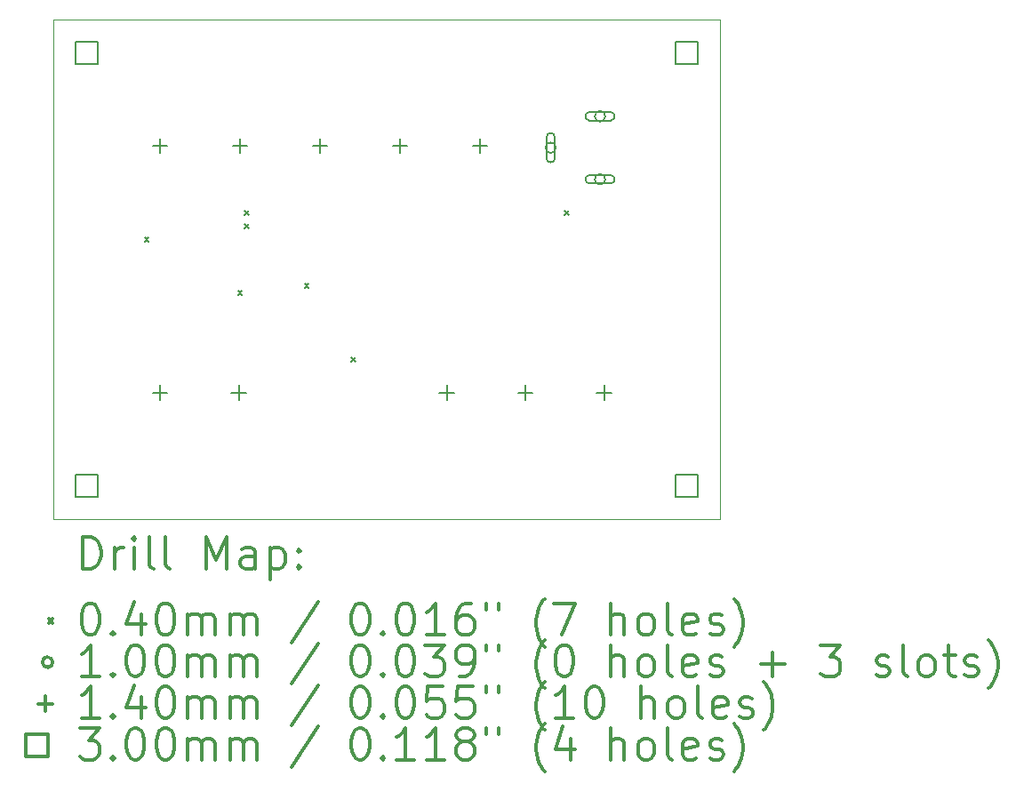
<source format=gbr>
%FSLAX45Y45*%
G04 Gerber Fmt 4.5, Leading zero omitted, Abs format (unit mm)*
G04 Created by KiCad (PCBNEW (5.0.2)-1) date 04/22/19 21:16:26*
%MOMM*%
%LPD*%
G01*
G04 APERTURE LIST*
%ADD10C,0.100000*%
%ADD11C,0.200000*%
%ADD12C,0.300000*%
G04 APERTURE END LIST*
D10*
X9271000Y-7493000D02*
X2921000Y-7493000D01*
X9271000Y-2730500D02*
X9271000Y-7493000D01*
X2921000Y-2730500D02*
X9271000Y-2730500D01*
X2921000Y-7493000D02*
X2921000Y-2730500D01*
D11*
X3790000Y-4806000D02*
X3830000Y-4846000D01*
X3830000Y-4806000D02*
X3790000Y-4846000D01*
X4679000Y-5314000D02*
X4719000Y-5354000D01*
X4719000Y-5314000D02*
X4679000Y-5354000D01*
X4742500Y-4552000D02*
X4782500Y-4592000D01*
X4782500Y-4552000D02*
X4742500Y-4592000D01*
X4742500Y-4679000D02*
X4782500Y-4719000D01*
X4782500Y-4679000D02*
X4742500Y-4719000D01*
X5314000Y-5250500D02*
X5354000Y-5290500D01*
X5354000Y-5250500D02*
X5314000Y-5290500D01*
X5758500Y-5949000D02*
X5798500Y-5989000D01*
X5798500Y-5949000D02*
X5758500Y-5989000D01*
X7790500Y-4552000D02*
X7830500Y-4592000D01*
X7830500Y-4552000D02*
X7790500Y-4592000D01*
X7708000Y-3954500D02*
G75*
G03X7708000Y-3954500I-50000J0D01*
G01*
X7618000Y-3854500D02*
X7618000Y-4054500D01*
X7698000Y-3854500D02*
X7698000Y-4054500D01*
X7618000Y-4054500D02*
G75*
G03X7698000Y-4054500I40000J0D01*
G01*
X7698000Y-3854500D02*
G75*
G03X7618000Y-3854500I-40000J0D01*
G01*
X8178000Y-3654500D02*
G75*
G03X8178000Y-3654500I-50000J0D01*
G01*
X8228000Y-3614500D02*
X8028000Y-3614500D01*
X8228000Y-3694500D02*
X8028000Y-3694500D01*
X8028000Y-3614500D02*
G75*
G03X8028000Y-3694500I0J-40000D01*
G01*
X8228000Y-3694500D02*
G75*
G03X8228000Y-3614500I0J40000D01*
G01*
X8178000Y-4254500D02*
G75*
G03X8178000Y-4254500I-50000J0D01*
G01*
X8228000Y-4214500D02*
X8028000Y-4214500D01*
X8228000Y-4294500D02*
X8028000Y-4294500D01*
X8028000Y-4214500D02*
G75*
G03X8028000Y-4294500I0J-40000D01*
G01*
X8228000Y-4294500D02*
G75*
G03X8228000Y-4214500I0J40000D01*
G01*
X3937000Y-3867000D02*
X3937000Y-4007000D01*
X3867000Y-3937000D02*
X4007000Y-3937000D01*
X4699000Y-3867000D02*
X4699000Y-4007000D01*
X4629000Y-3937000D02*
X4769000Y-3937000D01*
X5461000Y-3867000D02*
X5461000Y-4007000D01*
X5391000Y-3937000D02*
X5531000Y-3937000D01*
X6223000Y-3867000D02*
X6223000Y-4007000D01*
X6153000Y-3937000D02*
X6293000Y-3937000D01*
X6985000Y-3867000D02*
X6985000Y-4007000D01*
X6915000Y-3937000D02*
X7055000Y-3937000D01*
X6667500Y-6216500D02*
X6667500Y-6356500D01*
X6597500Y-6286500D02*
X6737500Y-6286500D01*
X7417500Y-6216500D02*
X7417500Y-6356500D01*
X7347500Y-6286500D02*
X7487500Y-6286500D01*
X8167500Y-6216500D02*
X8167500Y-6356500D01*
X8097500Y-6286500D02*
X8237500Y-6286500D01*
X3937000Y-6216500D02*
X3937000Y-6356500D01*
X3867000Y-6286500D02*
X4007000Y-6286500D01*
X4687000Y-6216500D02*
X4687000Y-6356500D01*
X4617000Y-6286500D02*
X4757000Y-6286500D01*
X3344567Y-3154067D02*
X3344567Y-2941933D01*
X3132433Y-2941933D01*
X3132433Y-3154067D01*
X3344567Y-3154067D01*
X3344567Y-7281567D02*
X3344567Y-7069433D01*
X3132433Y-7069433D01*
X3132433Y-7281567D01*
X3344567Y-7281567D01*
X9059567Y-3154067D02*
X9059567Y-2941933D01*
X8847433Y-2941933D01*
X8847433Y-3154067D01*
X9059567Y-3154067D01*
X9059567Y-7281567D02*
X9059567Y-7069433D01*
X8847433Y-7069433D01*
X8847433Y-7281567D01*
X9059567Y-7281567D01*
D12*
X3202428Y-7963714D02*
X3202428Y-7663714D01*
X3273857Y-7663714D01*
X3316714Y-7678000D01*
X3345286Y-7706571D01*
X3359571Y-7735143D01*
X3373857Y-7792286D01*
X3373857Y-7835143D01*
X3359571Y-7892286D01*
X3345286Y-7920857D01*
X3316714Y-7949429D01*
X3273857Y-7963714D01*
X3202428Y-7963714D01*
X3502428Y-7963714D02*
X3502428Y-7763714D01*
X3502428Y-7820857D02*
X3516714Y-7792286D01*
X3531000Y-7778000D01*
X3559571Y-7763714D01*
X3588143Y-7763714D01*
X3688143Y-7963714D02*
X3688143Y-7763714D01*
X3688143Y-7663714D02*
X3673857Y-7678000D01*
X3688143Y-7692286D01*
X3702428Y-7678000D01*
X3688143Y-7663714D01*
X3688143Y-7692286D01*
X3873857Y-7963714D02*
X3845286Y-7949429D01*
X3831000Y-7920857D01*
X3831000Y-7663714D01*
X4031000Y-7963714D02*
X4002428Y-7949429D01*
X3988143Y-7920857D01*
X3988143Y-7663714D01*
X4373857Y-7963714D02*
X4373857Y-7663714D01*
X4473857Y-7878000D01*
X4573857Y-7663714D01*
X4573857Y-7963714D01*
X4845286Y-7963714D02*
X4845286Y-7806571D01*
X4831000Y-7778000D01*
X4802428Y-7763714D01*
X4745286Y-7763714D01*
X4716714Y-7778000D01*
X4845286Y-7949429D02*
X4816714Y-7963714D01*
X4745286Y-7963714D01*
X4716714Y-7949429D01*
X4702428Y-7920857D01*
X4702428Y-7892286D01*
X4716714Y-7863714D01*
X4745286Y-7849429D01*
X4816714Y-7849429D01*
X4845286Y-7835143D01*
X4988143Y-7763714D02*
X4988143Y-8063714D01*
X4988143Y-7778000D02*
X5016714Y-7763714D01*
X5073857Y-7763714D01*
X5102428Y-7778000D01*
X5116714Y-7792286D01*
X5131000Y-7820857D01*
X5131000Y-7906571D01*
X5116714Y-7935143D01*
X5102428Y-7949429D01*
X5073857Y-7963714D01*
X5016714Y-7963714D01*
X4988143Y-7949429D01*
X5259571Y-7935143D02*
X5273857Y-7949429D01*
X5259571Y-7963714D01*
X5245286Y-7949429D01*
X5259571Y-7935143D01*
X5259571Y-7963714D01*
X5259571Y-7778000D02*
X5273857Y-7792286D01*
X5259571Y-7806571D01*
X5245286Y-7792286D01*
X5259571Y-7778000D01*
X5259571Y-7806571D01*
X2876000Y-8438000D02*
X2916000Y-8478000D01*
X2916000Y-8438000D02*
X2876000Y-8478000D01*
X3259571Y-8293714D02*
X3288143Y-8293714D01*
X3316714Y-8308000D01*
X3331000Y-8322286D01*
X3345286Y-8350857D01*
X3359571Y-8408000D01*
X3359571Y-8479429D01*
X3345286Y-8536572D01*
X3331000Y-8565143D01*
X3316714Y-8579429D01*
X3288143Y-8593714D01*
X3259571Y-8593714D01*
X3231000Y-8579429D01*
X3216714Y-8565143D01*
X3202428Y-8536572D01*
X3188143Y-8479429D01*
X3188143Y-8408000D01*
X3202428Y-8350857D01*
X3216714Y-8322286D01*
X3231000Y-8308000D01*
X3259571Y-8293714D01*
X3488143Y-8565143D02*
X3502428Y-8579429D01*
X3488143Y-8593714D01*
X3473857Y-8579429D01*
X3488143Y-8565143D01*
X3488143Y-8593714D01*
X3759571Y-8393714D02*
X3759571Y-8593714D01*
X3688143Y-8279429D02*
X3616714Y-8493714D01*
X3802428Y-8493714D01*
X3973857Y-8293714D02*
X4002428Y-8293714D01*
X4031000Y-8308000D01*
X4045286Y-8322286D01*
X4059571Y-8350857D01*
X4073857Y-8408000D01*
X4073857Y-8479429D01*
X4059571Y-8536572D01*
X4045286Y-8565143D01*
X4031000Y-8579429D01*
X4002428Y-8593714D01*
X3973857Y-8593714D01*
X3945286Y-8579429D01*
X3931000Y-8565143D01*
X3916714Y-8536572D01*
X3902428Y-8479429D01*
X3902428Y-8408000D01*
X3916714Y-8350857D01*
X3931000Y-8322286D01*
X3945286Y-8308000D01*
X3973857Y-8293714D01*
X4202428Y-8593714D02*
X4202428Y-8393714D01*
X4202428Y-8422286D02*
X4216714Y-8408000D01*
X4245286Y-8393714D01*
X4288143Y-8393714D01*
X4316714Y-8408000D01*
X4331000Y-8436572D01*
X4331000Y-8593714D01*
X4331000Y-8436572D02*
X4345286Y-8408000D01*
X4373857Y-8393714D01*
X4416714Y-8393714D01*
X4445286Y-8408000D01*
X4459571Y-8436572D01*
X4459571Y-8593714D01*
X4602428Y-8593714D02*
X4602428Y-8393714D01*
X4602428Y-8422286D02*
X4616714Y-8408000D01*
X4645286Y-8393714D01*
X4688143Y-8393714D01*
X4716714Y-8408000D01*
X4731000Y-8436572D01*
X4731000Y-8593714D01*
X4731000Y-8436572D02*
X4745286Y-8408000D01*
X4773857Y-8393714D01*
X4816714Y-8393714D01*
X4845286Y-8408000D01*
X4859571Y-8436572D01*
X4859571Y-8593714D01*
X5445286Y-8279429D02*
X5188143Y-8665143D01*
X5831000Y-8293714D02*
X5859571Y-8293714D01*
X5888143Y-8308000D01*
X5902428Y-8322286D01*
X5916714Y-8350857D01*
X5931000Y-8408000D01*
X5931000Y-8479429D01*
X5916714Y-8536572D01*
X5902428Y-8565143D01*
X5888143Y-8579429D01*
X5859571Y-8593714D01*
X5831000Y-8593714D01*
X5802428Y-8579429D01*
X5788143Y-8565143D01*
X5773857Y-8536572D01*
X5759571Y-8479429D01*
X5759571Y-8408000D01*
X5773857Y-8350857D01*
X5788143Y-8322286D01*
X5802428Y-8308000D01*
X5831000Y-8293714D01*
X6059571Y-8565143D02*
X6073857Y-8579429D01*
X6059571Y-8593714D01*
X6045286Y-8579429D01*
X6059571Y-8565143D01*
X6059571Y-8593714D01*
X6259571Y-8293714D02*
X6288143Y-8293714D01*
X6316714Y-8308000D01*
X6331000Y-8322286D01*
X6345286Y-8350857D01*
X6359571Y-8408000D01*
X6359571Y-8479429D01*
X6345286Y-8536572D01*
X6331000Y-8565143D01*
X6316714Y-8579429D01*
X6288143Y-8593714D01*
X6259571Y-8593714D01*
X6231000Y-8579429D01*
X6216714Y-8565143D01*
X6202428Y-8536572D01*
X6188143Y-8479429D01*
X6188143Y-8408000D01*
X6202428Y-8350857D01*
X6216714Y-8322286D01*
X6231000Y-8308000D01*
X6259571Y-8293714D01*
X6645286Y-8593714D02*
X6473857Y-8593714D01*
X6559571Y-8593714D02*
X6559571Y-8293714D01*
X6531000Y-8336571D01*
X6502428Y-8365143D01*
X6473857Y-8379429D01*
X6902428Y-8293714D02*
X6845286Y-8293714D01*
X6816714Y-8308000D01*
X6802428Y-8322286D01*
X6773857Y-8365143D01*
X6759571Y-8422286D01*
X6759571Y-8536572D01*
X6773857Y-8565143D01*
X6788143Y-8579429D01*
X6816714Y-8593714D01*
X6873857Y-8593714D01*
X6902428Y-8579429D01*
X6916714Y-8565143D01*
X6931000Y-8536572D01*
X6931000Y-8465143D01*
X6916714Y-8436572D01*
X6902428Y-8422286D01*
X6873857Y-8408000D01*
X6816714Y-8408000D01*
X6788143Y-8422286D01*
X6773857Y-8436572D01*
X6759571Y-8465143D01*
X7045286Y-8293714D02*
X7045286Y-8350857D01*
X7159571Y-8293714D02*
X7159571Y-8350857D01*
X7602428Y-8708000D02*
X7588143Y-8693714D01*
X7559571Y-8650857D01*
X7545286Y-8622286D01*
X7531000Y-8579429D01*
X7516714Y-8508000D01*
X7516714Y-8450857D01*
X7531000Y-8379429D01*
X7545286Y-8336571D01*
X7559571Y-8308000D01*
X7588143Y-8265143D01*
X7602428Y-8250857D01*
X7688143Y-8293714D02*
X7888143Y-8293714D01*
X7759571Y-8593714D01*
X8231000Y-8593714D02*
X8231000Y-8293714D01*
X8359571Y-8593714D02*
X8359571Y-8436572D01*
X8345286Y-8408000D01*
X8316714Y-8393714D01*
X8273857Y-8393714D01*
X8245286Y-8408000D01*
X8231000Y-8422286D01*
X8545286Y-8593714D02*
X8516714Y-8579429D01*
X8502428Y-8565143D01*
X8488143Y-8536572D01*
X8488143Y-8450857D01*
X8502428Y-8422286D01*
X8516714Y-8408000D01*
X8545286Y-8393714D01*
X8588143Y-8393714D01*
X8616714Y-8408000D01*
X8631000Y-8422286D01*
X8645286Y-8450857D01*
X8645286Y-8536572D01*
X8631000Y-8565143D01*
X8616714Y-8579429D01*
X8588143Y-8593714D01*
X8545286Y-8593714D01*
X8816714Y-8593714D02*
X8788143Y-8579429D01*
X8773857Y-8550857D01*
X8773857Y-8293714D01*
X9045286Y-8579429D02*
X9016714Y-8593714D01*
X8959571Y-8593714D01*
X8931000Y-8579429D01*
X8916714Y-8550857D01*
X8916714Y-8436572D01*
X8931000Y-8408000D01*
X8959571Y-8393714D01*
X9016714Y-8393714D01*
X9045286Y-8408000D01*
X9059571Y-8436572D01*
X9059571Y-8465143D01*
X8916714Y-8493714D01*
X9173857Y-8579429D02*
X9202428Y-8593714D01*
X9259571Y-8593714D01*
X9288143Y-8579429D01*
X9302428Y-8550857D01*
X9302428Y-8536572D01*
X9288143Y-8508000D01*
X9259571Y-8493714D01*
X9216714Y-8493714D01*
X9188143Y-8479429D01*
X9173857Y-8450857D01*
X9173857Y-8436572D01*
X9188143Y-8408000D01*
X9216714Y-8393714D01*
X9259571Y-8393714D01*
X9288143Y-8408000D01*
X9402428Y-8708000D02*
X9416714Y-8693714D01*
X9445286Y-8650857D01*
X9459571Y-8622286D01*
X9473857Y-8579429D01*
X9488143Y-8508000D01*
X9488143Y-8450857D01*
X9473857Y-8379429D01*
X9459571Y-8336571D01*
X9445286Y-8308000D01*
X9416714Y-8265143D01*
X9402428Y-8250857D01*
X2916000Y-8854000D02*
G75*
G03X2916000Y-8854000I-50000J0D01*
G01*
X3359571Y-8989714D02*
X3188143Y-8989714D01*
X3273857Y-8989714D02*
X3273857Y-8689714D01*
X3245286Y-8732572D01*
X3216714Y-8761143D01*
X3188143Y-8775429D01*
X3488143Y-8961143D02*
X3502428Y-8975429D01*
X3488143Y-8989714D01*
X3473857Y-8975429D01*
X3488143Y-8961143D01*
X3488143Y-8989714D01*
X3688143Y-8689714D02*
X3716714Y-8689714D01*
X3745286Y-8704000D01*
X3759571Y-8718286D01*
X3773857Y-8746857D01*
X3788143Y-8804000D01*
X3788143Y-8875429D01*
X3773857Y-8932572D01*
X3759571Y-8961143D01*
X3745286Y-8975429D01*
X3716714Y-8989714D01*
X3688143Y-8989714D01*
X3659571Y-8975429D01*
X3645286Y-8961143D01*
X3631000Y-8932572D01*
X3616714Y-8875429D01*
X3616714Y-8804000D01*
X3631000Y-8746857D01*
X3645286Y-8718286D01*
X3659571Y-8704000D01*
X3688143Y-8689714D01*
X3973857Y-8689714D02*
X4002428Y-8689714D01*
X4031000Y-8704000D01*
X4045286Y-8718286D01*
X4059571Y-8746857D01*
X4073857Y-8804000D01*
X4073857Y-8875429D01*
X4059571Y-8932572D01*
X4045286Y-8961143D01*
X4031000Y-8975429D01*
X4002428Y-8989714D01*
X3973857Y-8989714D01*
X3945286Y-8975429D01*
X3931000Y-8961143D01*
X3916714Y-8932572D01*
X3902428Y-8875429D01*
X3902428Y-8804000D01*
X3916714Y-8746857D01*
X3931000Y-8718286D01*
X3945286Y-8704000D01*
X3973857Y-8689714D01*
X4202428Y-8989714D02*
X4202428Y-8789714D01*
X4202428Y-8818286D02*
X4216714Y-8804000D01*
X4245286Y-8789714D01*
X4288143Y-8789714D01*
X4316714Y-8804000D01*
X4331000Y-8832572D01*
X4331000Y-8989714D01*
X4331000Y-8832572D02*
X4345286Y-8804000D01*
X4373857Y-8789714D01*
X4416714Y-8789714D01*
X4445286Y-8804000D01*
X4459571Y-8832572D01*
X4459571Y-8989714D01*
X4602428Y-8989714D02*
X4602428Y-8789714D01*
X4602428Y-8818286D02*
X4616714Y-8804000D01*
X4645286Y-8789714D01*
X4688143Y-8789714D01*
X4716714Y-8804000D01*
X4731000Y-8832572D01*
X4731000Y-8989714D01*
X4731000Y-8832572D02*
X4745286Y-8804000D01*
X4773857Y-8789714D01*
X4816714Y-8789714D01*
X4845286Y-8804000D01*
X4859571Y-8832572D01*
X4859571Y-8989714D01*
X5445286Y-8675429D02*
X5188143Y-9061143D01*
X5831000Y-8689714D02*
X5859571Y-8689714D01*
X5888143Y-8704000D01*
X5902428Y-8718286D01*
X5916714Y-8746857D01*
X5931000Y-8804000D01*
X5931000Y-8875429D01*
X5916714Y-8932572D01*
X5902428Y-8961143D01*
X5888143Y-8975429D01*
X5859571Y-8989714D01*
X5831000Y-8989714D01*
X5802428Y-8975429D01*
X5788143Y-8961143D01*
X5773857Y-8932572D01*
X5759571Y-8875429D01*
X5759571Y-8804000D01*
X5773857Y-8746857D01*
X5788143Y-8718286D01*
X5802428Y-8704000D01*
X5831000Y-8689714D01*
X6059571Y-8961143D02*
X6073857Y-8975429D01*
X6059571Y-8989714D01*
X6045286Y-8975429D01*
X6059571Y-8961143D01*
X6059571Y-8989714D01*
X6259571Y-8689714D02*
X6288143Y-8689714D01*
X6316714Y-8704000D01*
X6331000Y-8718286D01*
X6345286Y-8746857D01*
X6359571Y-8804000D01*
X6359571Y-8875429D01*
X6345286Y-8932572D01*
X6331000Y-8961143D01*
X6316714Y-8975429D01*
X6288143Y-8989714D01*
X6259571Y-8989714D01*
X6231000Y-8975429D01*
X6216714Y-8961143D01*
X6202428Y-8932572D01*
X6188143Y-8875429D01*
X6188143Y-8804000D01*
X6202428Y-8746857D01*
X6216714Y-8718286D01*
X6231000Y-8704000D01*
X6259571Y-8689714D01*
X6459571Y-8689714D02*
X6645286Y-8689714D01*
X6545286Y-8804000D01*
X6588143Y-8804000D01*
X6616714Y-8818286D01*
X6631000Y-8832572D01*
X6645286Y-8861143D01*
X6645286Y-8932572D01*
X6631000Y-8961143D01*
X6616714Y-8975429D01*
X6588143Y-8989714D01*
X6502428Y-8989714D01*
X6473857Y-8975429D01*
X6459571Y-8961143D01*
X6788143Y-8989714D02*
X6845286Y-8989714D01*
X6873857Y-8975429D01*
X6888143Y-8961143D01*
X6916714Y-8918286D01*
X6931000Y-8861143D01*
X6931000Y-8746857D01*
X6916714Y-8718286D01*
X6902428Y-8704000D01*
X6873857Y-8689714D01*
X6816714Y-8689714D01*
X6788143Y-8704000D01*
X6773857Y-8718286D01*
X6759571Y-8746857D01*
X6759571Y-8818286D01*
X6773857Y-8846857D01*
X6788143Y-8861143D01*
X6816714Y-8875429D01*
X6873857Y-8875429D01*
X6902428Y-8861143D01*
X6916714Y-8846857D01*
X6931000Y-8818286D01*
X7045286Y-8689714D02*
X7045286Y-8746857D01*
X7159571Y-8689714D02*
X7159571Y-8746857D01*
X7602428Y-9104000D02*
X7588143Y-9089714D01*
X7559571Y-9046857D01*
X7545286Y-9018286D01*
X7531000Y-8975429D01*
X7516714Y-8904000D01*
X7516714Y-8846857D01*
X7531000Y-8775429D01*
X7545286Y-8732572D01*
X7559571Y-8704000D01*
X7588143Y-8661143D01*
X7602428Y-8646857D01*
X7773857Y-8689714D02*
X7802428Y-8689714D01*
X7831000Y-8704000D01*
X7845286Y-8718286D01*
X7859571Y-8746857D01*
X7873857Y-8804000D01*
X7873857Y-8875429D01*
X7859571Y-8932572D01*
X7845286Y-8961143D01*
X7831000Y-8975429D01*
X7802428Y-8989714D01*
X7773857Y-8989714D01*
X7745286Y-8975429D01*
X7731000Y-8961143D01*
X7716714Y-8932572D01*
X7702428Y-8875429D01*
X7702428Y-8804000D01*
X7716714Y-8746857D01*
X7731000Y-8718286D01*
X7745286Y-8704000D01*
X7773857Y-8689714D01*
X8231000Y-8989714D02*
X8231000Y-8689714D01*
X8359571Y-8989714D02*
X8359571Y-8832572D01*
X8345286Y-8804000D01*
X8316714Y-8789714D01*
X8273857Y-8789714D01*
X8245286Y-8804000D01*
X8231000Y-8818286D01*
X8545286Y-8989714D02*
X8516714Y-8975429D01*
X8502428Y-8961143D01*
X8488143Y-8932572D01*
X8488143Y-8846857D01*
X8502428Y-8818286D01*
X8516714Y-8804000D01*
X8545286Y-8789714D01*
X8588143Y-8789714D01*
X8616714Y-8804000D01*
X8631000Y-8818286D01*
X8645286Y-8846857D01*
X8645286Y-8932572D01*
X8631000Y-8961143D01*
X8616714Y-8975429D01*
X8588143Y-8989714D01*
X8545286Y-8989714D01*
X8816714Y-8989714D02*
X8788143Y-8975429D01*
X8773857Y-8946857D01*
X8773857Y-8689714D01*
X9045286Y-8975429D02*
X9016714Y-8989714D01*
X8959571Y-8989714D01*
X8931000Y-8975429D01*
X8916714Y-8946857D01*
X8916714Y-8832572D01*
X8931000Y-8804000D01*
X8959571Y-8789714D01*
X9016714Y-8789714D01*
X9045286Y-8804000D01*
X9059571Y-8832572D01*
X9059571Y-8861143D01*
X8916714Y-8889714D01*
X9173857Y-8975429D02*
X9202428Y-8989714D01*
X9259571Y-8989714D01*
X9288143Y-8975429D01*
X9302428Y-8946857D01*
X9302428Y-8932572D01*
X9288143Y-8904000D01*
X9259571Y-8889714D01*
X9216714Y-8889714D01*
X9188143Y-8875429D01*
X9173857Y-8846857D01*
X9173857Y-8832572D01*
X9188143Y-8804000D01*
X9216714Y-8789714D01*
X9259571Y-8789714D01*
X9288143Y-8804000D01*
X9659571Y-8875429D02*
X9888143Y-8875429D01*
X9773857Y-8989714D02*
X9773857Y-8761143D01*
X10231000Y-8689714D02*
X10416714Y-8689714D01*
X10316714Y-8804000D01*
X10359571Y-8804000D01*
X10388143Y-8818286D01*
X10402428Y-8832572D01*
X10416714Y-8861143D01*
X10416714Y-8932572D01*
X10402428Y-8961143D01*
X10388143Y-8975429D01*
X10359571Y-8989714D01*
X10273857Y-8989714D01*
X10245286Y-8975429D01*
X10231000Y-8961143D01*
X10759571Y-8975429D02*
X10788143Y-8989714D01*
X10845286Y-8989714D01*
X10873857Y-8975429D01*
X10888143Y-8946857D01*
X10888143Y-8932572D01*
X10873857Y-8904000D01*
X10845286Y-8889714D01*
X10802428Y-8889714D01*
X10773857Y-8875429D01*
X10759571Y-8846857D01*
X10759571Y-8832572D01*
X10773857Y-8804000D01*
X10802428Y-8789714D01*
X10845286Y-8789714D01*
X10873857Y-8804000D01*
X11059571Y-8989714D02*
X11031000Y-8975429D01*
X11016714Y-8946857D01*
X11016714Y-8689714D01*
X11216714Y-8989714D02*
X11188143Y-8975429D01*
X11173857Y-8961143D01*
X11159571Y-8932572D01*
X11159571Y-8846857D01*
X11173857Y-8818286D01*
X11188143Y-8804000D01*
X11216714Y-8789714D01*
X11259571Y-8789714D01*
X11288143Y-8804000D01*
X11302428Y-8818286D01*
X11316714Y-8846857D01*
X11316714Y-8932572D01*
X11302428Y-8961143D01*
X11288143Y-8975429D01*
X11259571Y-8989714D01*
X11216714Y-8989714D01*
X11402428Y-8789714D02*
X11516714Y-8789714D01*
X11445286Y-8689714D02*
X11445286Y-8946857D01*
X11459571Y-8975429D01*
X11488143Y-8989714D01*
X11516714Y-8989714D01*
X11602428Y-8975429D02*
X11631000Y-8989714D01*
X11688143Y-8989714D01*
X11716714Y-8975429D01*
X11731000Y-8946857D01*
X11731000Y-8932572D01*
X11716714Y-8904000D01*
X11688143Y-8889714D01*
X11645286Y-8889714D01*
X11616714Y-8875429D01*
X11602428Y-8846857D01*
X11602428Y-8832572D01*
X11616714Y-8804000D01*
X11645286Y-8789714D01*
X11688143Y-8789714D01*
X11716714Y-8804000D01*
X11831000Y-9104000D02*
X11845286Y-9089714D01*
X11873857Y-9046857D01*
X11888143Y-9018286D01*
X11902428Y-8975429D01*
X11916714Y-8904000D01*
X11916714Y-8846857D01*
X11902428Y-8775429D01*
X11888143Y-8732572D01*
X11873857Y-8704000D01*
X11845286Y-8661143D01*
X11831000Y-8646857D01*
X2846000Y-9180000D02*
X2846000Y-9320000D01*
X2776000Y-9250000D02*
X2916000Y-9250000D01*
X3359571Y-9385714D02*
X3188143Y-9385714D01*
X3273857Y-9385714D02*
X3273857Y-9085714D01*
X3245286Y-9128572D01*
X3216714Y-9157143D01*
X3188143Y-9171429D01*
X3488143Y-9357143D02*
X3502428Y-9371429D01*
X3488143Y-9385714D01*
X3473857Y-9371429D01*
X3488143Y-9357143D01*
X3488143Y-9385714D01*
X3759571Y-9185714D02*
X3759571Y-9385714D01*
X3688143Y-9071429D02*
X3616714Y-9285714D01*
X3802428Y-9285714D01*
X3973857Y-9085714D02*
X4002428Y-9085714D01*
X4031000Y-9100000D01*
X4045286Y-9114286D01*
X4059571Y-9142857D01*
X4073857Y-9200000D01*
X4073857Y-9271429D01*
X4059571Y-9328572D01*
X4045286Y-9357143D01*
X4031000Y-9371429D01*
X4002428Y-9385714D01*
X3973857Y-9385714D01*
X3945286Y-9371429D01*
X3931000Y-9357143D01*
X3916714Y-9328572D01*
X3902428Y-9271429D01*
X3902428Y-9200000D01*
X3916714Y-9142857D01*
X3931000Y-9114286D01*
X3945286Y-9100000D01*
X3973857Y-9085714D01*
X4202428Y-9385714D02*
X4202428Y-9185714D01*
X4202428Y-9214286D02*
X4216714Y-9200000D01*
X4245286Y-9185714D01*
X4288143Y-9185714D01*
X4316714Y-9200000D01*
X4331000Y-9228572D01*
X4331000Y-9385714D01*
X4331000Y-9228572D02*
X4345286Y-9200000D01*
X4373857Y-9185714D01*
X4416714Y-9185714D01*
X4445286Y-9200000D01*
X4459571Y-9228572D01*
X4459571Y-9385714D01*
X4602428Y-9385714D02*
X4602428Y-9185714D01*
X4602428Y-9214286D02*
X4616714Y-9200000D01*
X4645286Y-9185714D01*
X4688143Y-9185714D01*
X4716714Y-9200000D01*
X4731000Y-9228572D01*
X4731000Y-9385714D01*
X4731000Y-9228572D02*
X4745286Y-9200000D01*
X4773857Y-9185714D01*
X4816714Y-9185714D01*
X4845286Y-9200000D01*
X4859571Y-9228572D01*
X4859571Y-9385714D01*
X5445286Y-9071429D02*
X5188143Y-9457143D01*
X5831000Y-9085714D02*
X5859571Y-9085714D01*
X5888143Y-9100000D01*
X5902428Y-9114286D01*
X5916714Y-9142857D01*
X5931000Y-9200000D01*
X5931000Y-9271429D01*
X5916714Y-9328572D01*
X5902428Y-9357143D01*
X5888143Y-9371429D01*
X5859571Y-9385714D01*
X5831000Y-9385714D01*
X5802428Y-9371429D01*
X5788143Y-9357143D01*
X5773857Y-9328572D01*
X5759571Y-9271429D01*
X5759571Y-9200000D01*
X5773857Y-9142857D01*
X5788143Y-9114286D01*
X5802428Y-9100000D01*
X5831000Y-9085714D01*
X6059571Y-9357143D02*
X6073857Y-9371429D01*
X6059571Y-9385714D01*
X6045286Y-9371429D01*
X6059571Y-9357143D01*
X6059571Y-9385714D01*
X6259571Y-9085714D02*
X6288143Y-9085714D01*
X6316714Y-9100000D01*
X6331000Y-9114286D01*
X6345286Y-9142857D01*
X6359571Y-9200000D01*
X6359571Y-9271429D01*
X6345286Y-9328572D01*
X6331000Y-9357143D01*
X6316714Y-9371429D01*
X6288143Y-9385714D01*
X6259571Y-9385714D01*
X6231000Y-9371429D01*
X6216714Y-9357143D01*
X6202428Y-9328572D01*
X6188143Y-9271429D01*
X6188143Y-9200000D01*
X6202428Y-9142857D01*
X6216714Y-9114286D01*
X6231000Y-9100000D01*
X6259571Y-9085714D01*
X6631000Y-9085714D02*
X6488143Y-9085714D01*
X6473857Y-9228572D01*
X6488143Y-9214286D01*
X6516714Y-9200000D01*
X6588143Y-9200000D01*
X6616714Y-9214286D01*
X6631000Y-9228572D01*
X6645286Y-9257143D01*
X6645286Y-9328572D01*
X6631000Y-9357143D01*
X6616714Y-9371429D01*
X6588143Y-9385714D01*
X6516714Y-9385714D01*
X6488143Y-9371429D01*
X6473857Y-9357143D01*
X6916714Y-9085714D02*
X6773857Y-9085714D01*
X6759571Y-9228572D01*
X6773857Y-9214286D01*
X6802428Y-9200000D01*
X6873857Y-9200000D01*
X6902428Y-9214286D01*
X6916714Y-9228572D01*
X6931000Y-9257143D01*
X6931000Y-9328572D01*
X6916714Y-9357143D01*
X6902428Y-9371429D01*
X6873857Y-9385714D01*
X6802428Y-9385714D01*
X6773857Y-9371429D01*
X6759571Y-9357143D01*
X7045286Y-9085714D02*
X7045286Y-9142857D01*
X7159571Y-9085714D02*
X7159571Y-9142857D01*
X7602428Y-9500000D02*
X7588143Y-9485714D01*
X7559571Y-9442857D01*
X7545286Y-9414286D01*
X7531000Y-9371429D01*
X7516714Y-9300000D01*
X7516714Y-9242857D01*
X7531000Y-9171429D01*
X7545286Y-9128572D01*
X7559571Y-9100000D01*
X7588143Y-9057143D01*
X7602428Y-9042857D01*
X7873857Y-9385714D02*
X7702428Y-9385714D01*
X7788143Y-9385714D02*
X7788143Y-9085714D01*
X7759571Y-9128572D01*
X7731000Y-9157143D01*
X7702428Y-9171429D01*
X8059571Y-9085714D02*
X8088143Y-9085714D01*
X8116714Y-9100000D01*
X8131000Y-9114286D01*
X8145286Y-9142857D01*
X8159571Y-9200000D01*
X8159571Y-9271429D01*
X8145286Y-9328572D01*
X8131000Y-9357143D01*
X8116714Y-9371429D01*
X8088143Y-9385714D01*
X8059571Y-9385714D01*
X8031000Y-9371429D01*
X8016714Y-9357143D01*
X8002428Y-9328572D01*
X7988143Y-9271429D01*
X7988143Y-9200000D01*
X8002428Y-9142857D01*
X8016714Y-9114286D01*
X8031000Y-9100000D01*
X8059571Y-9085714D01*
X8516714Y-9385714D02*
X8516714Y-9085714D01*
X8645286Y-9385714D02*
X8645286Y-9228572D01*
X8631000Y-9200000D01*
X8602428Y-9185714D01*
X8559571Y-9185714D01*
X8531000Y-9200000D01*
X8516714Y-9214286D01*
X8831000Y-9385714D02*
X8802428Y-9371429D01*
X8788143Y-9357143D01*
X8773857Y-9328572D01*
X8773857Y-9242857D01*
X8788143Y-9214286D01*
X8802428Y-9200000D01*
X8831000Y-9185714D01*
X8873857Y-9185714D01*
X8902428Y-9200000D01*
X8916714Y-9214286D01*
X8931000Y-9242857D01*
X8931000Y-9328572D01*
X8916714Y-9357143D01*
X8902428Y-9371429D01*
X8873857Y-9385714D01*
X8831000Y-9385714D01*
X9102428Y-9385714D02*
X9073857Y-9371429D01*
X9059571Y-9342857D01*
X9059571Y-9085714D01*
X9331000Y-9371429D02*
X9302428Y-9385714D01*
X9245286Y-9385714D01*
X9216714Y-9371429D01*
X9202428Y-9342857D01*
X9202428Y-9228572D01*
X9216714Y-9200000D01*
X9245286Y-9185714D01*
X9302428Y-9185714D01*
X9331000Y-9200000D01*
X9345286Y-9228572D01*
X9345286Y-9257143D01*
X9202428Y-9285714D01*
X9459571Y-9371429D02*
X9488143Y-9385714D01*
X9545286Y-9385714D01*
X9573857Y-9371429D01*
X9588143Y-9342857D01*
X9588143Y-9328572D01*
X9573857Y-9300000D01*
X9545286Y-9285714D01*
X9502428Y-9285714D01*
X9473857Y-9271429D01*
X9459571Y-9242857D01*
X9459571Y-9228572D01*
X9473857Y-9200000D01*
X9502428Y-9185714D01*
X9545286Y-9185714D01*
X9573857Y-9200000D01*
X9688143Y-9500000D02*
X9702428Y-9485714D01*
X9731000Y-9442857D01*
X9745286Y-9414286D01*
X9759571Y-9371429D01*
X9773857Y-9300000D01*
X9773857Y-9242857D01*
X9759571Y-9171429D01*
X9745286Y-9128572D01*
X9731000Y-9100000D01*
X9702428Y-9057143D01*
X9688143Y-9042857D01*
X2872067Y-9752067D02*
X2872067Y-9539933D01*
X2659933Y-9539933D01*
X2659933Y-9752067D01*
X2872067Y-9752067D01*
X3173857Y-9481714D02*
X3359571Y-9481714D01*
X3259571Y-9596000D01*
X3302428Y-9596000D01*
X3331000Y-9610286D01*
X3345286Y-9624572D01*
X3359571Y-9653143D01*
X3359571Y-9724572D01*
X3345286Y-9753143D01*
X3331000Y-9767429D01*
X3302428Y-9781714D01*
X3216714Y-9781714D01*
X3188143Y-9767429D01*
X3173857Y-9753143D01*
X3488143Y-9753143D02*
X3502428Y-9767429D01*
X3488143Y-9781714D01*
X3473857Y-9767429D01*
X3488143Y-9753143D01*
X3488143Y-9781714D01*
X3688143Y-9481714D02*
X3716714Y-9481714D01*
X3745286Y-9496000D01*
X3759571Y-9510286D01*
X3773857Y-9538857D01*
X3788143Y-9596000D01*
X3788143Y-9667429D01*
X3773857Y-9724572D01*
X3759571Y-9753143D01*
X3745286Y-9767429D01*
X3716714Y-9781714D01*
X3688143Y-9781714D01*
X3659571Y-9767429D01*
X3645286Y-9753143D01*
X3631000Y-9724572D01*
X3616714Y-9667429D01*
X3616714Y-9596000D01*
X3631000Y-9538857D01*
X3645286Y-9510286D01*
X3659571Y-9496000D01*
X3688143Y-9481714D01*
X3973857Y-9481714D02*
X4002428Y-9481714D01*
X4031000Y-9496000D01*
X4045286Y-9510286D01*
X4059571Y-9538857D01*
X4073857Y-9596000D01*
X4073857Y-9667429D01*
X4059571Y-9724572D01*
X4045286Y-9753143D01*
X4031000Y-9767429D01*
X4002428Y-9781714D01*
X3973857Y-9781714D01*
X3945286Y-9767429D01*
X3931000Y-9753143D01*
X3916714Y-9724572D01*
X3902428Y-9667429D01*
X3902428Y-9596000D01*
X3916714Y-9538857D01*
X3931000Y-9510286D01*
X3945286Y-9496000D01*
X3973857Y-9481714D01*
X4202428Y-9781714D02*
X4202428Y-9581714D01*
X4202428Y-9610286D02*
X4216714Y-9596000D01*
X4245286Y-9581714D01*
X4288143Y-9581714D01*
X4316714Y-9596000D01*
X4331000Y-9624572D01*
X4331000Y-9781714D01*
X4331000Y-9624572D02*
X4345286Y-9596000D01*
X4373857Y-9581714D01*
X4416714Y-9581714D01*
X4445286Y-9596000D01*
X4459571Y-9624572D01*
X4459571Y-9781714D01*
X4602428Y-9781714D02*
X4602428Y-9581714D01*
X4602428Y-9610286D02*
X4616714Y-9596000D01*
X4645286Y-9581714D01*
X4688143Y-9581714D01*
X4716714Y-9596000D01*
X4731000Y-9624572D01*
X4731000Y-9781714D01*
X4731000Y-9624572D02*
X4745286Y-9596000D01*
X4773857Y-9581714D01*
X4816714Y-9581714D01*
X4845286Y-9596000D01*
X4859571Y-9624572D01*
X4859571Y-9781714D01*
X5445286Y-9467429D02*
X5188143Y-9853143D01*
X5831000Y-9481714D02*
X5859571Y-9481714D01*
X5888143Y-9496000D01*
X5902428Y-9510286D01*
X5916714Y-9538857D01*
X5931000Y-9596000D01*
X5931000Y-9667429D01*
X5916714Y-9724572D01*
X5902428Y-9753143D01*
X5888143Y-9767429D01*
X5859571Y-9781714D01*
X5831000Y-9781714D01*
X5802428Y-9767429D01*
X5788143Y-9753143D01*
X5773857Y-9724572D01*
X5759571Y-9667429D01*
X5759571Y-9596000D01*
X5773857Y-9538857D01*
X5788143Y-9510286D01*
X5802428Y-9496000D01*
X5831000Y-9481714D01*
X6059571Y-9753143D02*
X6073857Y-9767429D01*
X6059571Y-9781714D01*
X6045286Y-9767429D01*
X6059571Y-9753143D01*
X6059571Y-9781714D01*
X6359571Y-9781714D02*
X6188143Y-9781714D01*
X6273857Y-9781714D02*
X6273857Y-9481714D01*
X6245286Y-9524572D01*
X6216714Y-9553143D01*
X6188143Y-9567429D01*
X6645286Y-9781714D02*
X6473857Y-9781714D01*
X6559571Y-9781714D02*
X6559571Y-9481714D01*
X6531000Y-9524572D01*
X6502428Y-9553143D01*
X6473857Y-9567429D01*
X6816714Y-9610286D02*
X6788143Y-9596000D01*
X6773857Y-9581714D01*
X6759571Y-9553143D01*
X6759571Y-9538857D01*
X6773857Y-9510286D01*
X6788143Y-9496000D01*
X6816714Y-9481714D01*
X6873857Y-9481714D01*
X6902428Y-9496000D01*
X6916714Y-9510286D01*
X6931000Y-9538857D01*
X6931000Y-9553143D01*
X6916714Y-9581714D01*
X6902428Y-9596000D01*
X6873857Y-9610286D01*
X6816714Y-9610286D01*
X6788143Y-9624572D01*
X6773857Y-9638857D01*
X6759571Y-9667429D01*
X6759571Y-9724572D01*
X6773857Y-9753143D01*
X6788143Y-9767429D01*
X6816714Y-9781714D01*
X6873857Y-9781714D01*
X6902428Y-9767429D01*
X6916714Y-9753143D01*
X6931000Y-9724572D01*
X6931000Y-9667429D01*
X6916714Y-9638857D01*
X6902428Y-9624572D01*
X6873857Y-9610286D01*
X7045286Y-9481714D02*
X7045286Y-9538857D01*
X7159571Y-9481714D02*
X7159571Y-9538857D01*
X7602428Y-9896000D02*
X7588143Y-9881714D01*
X7559571Y-9838857D01*
X7545286Y-9810286D01*
X7531000Y-9767429D01*
X7516714Y-9696000D01*
X7516714Y-9638857D01*
X7531000Y-9567429D01*
X7545286Y-9524572D01*
X7559571Y-9496000D01*
X7588143Y-9453143D01*
X7602428Y-9438857D01*
X7845286Y-9581714D02*
X7845286Y-9781714D01*
X7773857Y-9467429D02*
X7702428Y-9681714D01*
X7888143Y-9681714D01*
X8231000Y-9781714D02*
X8231000Y-9481714D01*
X8359571Y-9781714D02*
X8359571Y-9624572D01*
X8345286Y-9596000D01*
X8316714Y-9581714D01*
X8273857Y-9581714D01*
X8245286Y-9596000D01*
X8231000Y-9610286D01*
X8545286Y-9781714D02*
X8516714Y-9767429D01*
X8502428Y-9753143D01*
X8488143Y-9724572D01*
X8488143Y-9638857D01*
X8502428Y-9610286D01*
X8516714Y-9596000D01*
X8545286Y-9581714D01*
X8588143Y-9581714D01*
X8616714Y-9596000D01*
X8631000Y-9610286D01*
X8645286Y-9638857D01*
X8645286Y-9724572D01*
X8631000Y-9753143D01*
X8616714Y-9767429D01*
X8588143Y-9781714D01*
X8545286Y-9781714D01*
X8816714Y-9781714D02*
X8788143Y-9767429D01*
X8773857Y-9738857D01*
X8773857Y-9481714D01*
X9045286Y-9767429D02*
X9016714Y-9781714D01*
X8959571Y-9781714D01*
X8931000Y-9767429D01*
X8916714Y-9738857D01*
X8916714Y-9624572D01*
X8931000Y-9596000D01*
X8959571Y-9581714D01*
X9016714Y-9581714D01*
X9045286Y-9596000D01*
X9059571Y-9624572D01*
X9059571Y-9653143D01*
X8916714Y-9681714D01*
X9173857Y-9767429D02*
X9202428Y-9781714D01*
X9259571Y-9781714D01*
X9288143Y-9767429D01*
X9302428Y-9738857D01*
X9302428Y-9724572D01*
X9288143Y-9696000D01*
X9259571Y-9681714D01*
X9216714Y-9681714D01*
X9188143Y-9667429D01*
X9173857Y-9638857D01*
X9173857Y-9624572D01*
X9188143Y-9596000D01*
X9216714Y-9581714D01*
X9259571Y-9581714D01*
X9288143Y-9596000D01*
X9402428Y-9896000D02*
X9416714Y-9881714D01*
X9445286Y-9838857D01*
X9459571Y-9810286D01*
X9473857Y-9767429D01*
X9488143Y-9696000D01*
X9488143Y-9638857D01*
X9473857Y-9567429D01*
X9459571Y-9524572D01*
X9445286Y-9496000D01*
X9416714Y-9453143D01*
X9402428Y-9438857D01*
M02*

</source>
